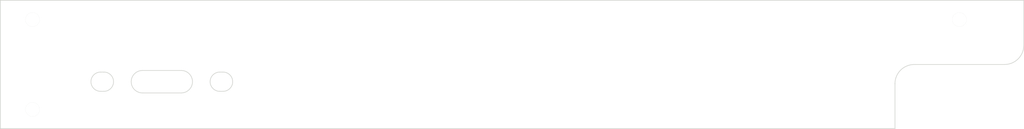
<source format=kicad_pcb>
(kicad_pcb (version 20171130) (host pcbnew "(5.1.5)-3")

  (general
    (thickness 3)
    (drawings 20)
    (tracks 0)
    (zones 0)
    (modules 3)
    (nets 1)
  )

  (page A3)
  (layers
    (0 F.Cu signal)
    (31 B.Cu signal)
    (32 B.Adhes user)
    (33 F.Adhes user)
    (34 B.Paste user)
    (35 F.Paste user)
    (36 B.SilkS user)
    (37 F.SilkS user)
    (38 B.Mask user)
    (39 F.Mask user)
    (40 Dwgs.User user)
    (41 Cmts.User user)
    (42 Eco1.User user)
    (43 Eco2.User user)
    (44 Edge.Cuts user)
    (45 Margin user)
    (46 B.CrtYd user)
    (47 F.CrtYd user)
    (48 B.Fab user)
    (49 F.Fab user)
  )

  (setup
    (last_trace_width 0.25)
    (user_trace_width 0.5)
    (user_trace_width 0.5)
    (trace_clearance 0.2)
    (zone_clearance 0.508)
    (zone_45_only no)
    (trace_min 0.2)
    (via_size 0.8)
    (via_drill 0.4)
    (via_min_size 0.4)
    (via_min_drill 0.3)
    (uvia_size 0.3)
    (uvia_drill 0.1)
    (uvias_allowed no)
    (uvia_min_size 0.2)
    (uvia_min_drill 0.1)
    (edge_width 0.1)
    (segment_width 0.2)
    (pcb_text_width 0.3)
    (pcb_text_size 1.5 1.5)
    (mod_edge_width 0.15)
    (mod_text_size 1 1)
    (mod_text_width 0.15)
    (pad_size 2.2 2.2)
    (pad_drill 2.2)
    (pad_to_mask_clearance 0)
    (solder_mask_min_width 0.25)
    (aux_axis_origin 0 0)
    (visible_elements 7FFFFFFF)
    (pcbplotparams
      (layerselection 0x01000_7ffffffe)
      (usegerberextensions false)
      (usegerberattributes false)
      (usegerberadvancedattributes false)
      (creategerberjobfile false)
      (excludeedgelayer true)
      (linewidth 0.100000)
      (plotframeref false)
      (viasonmask false)
      (mode 1)
      (useauxorigin false)
      (hpglpennumber 1)
      (hpglpenspeed 20)
      (hpglpendiameter 15.000000)
      (psnegative false)
      (psa4output false)
      (plotreference true)
      (plotvalue true)
      (plotinvisibletext false)
      (padsonsilk false)
      (subtractmaskfromsilk false)
      (outputformat 4)
      (mirror false)
      (drillshape 0)
      (scaleselection 1)
      (outputdirectory "C:/Users/サリチル酸/Desktop/"))
  )

  (net 0 "")

  (net_class Default "これはデフォルトのネット クラスです。"
    (clearance 0.2)
    (trace_width 0.25)
    (via_dia 0.8)
    (via_drill 0.4)
    (uvia_dia 0.3)
    (uvia_drill 0.1)
  )

  (module kbd:HOLE_m2_a (layer F.Cu) (tedit 5DA73E67) (tstamp 609D43B1)
    (at 19 37)
    (descr "Mounting Hole 2.2mm, no annular, M2")
    (tags "mounting hole 2.2mm no annular m2")
    (autoplace_cost90 1)
    (attr virtual)
    (fp_text reference e (at 0 -3.2) (layer F.Fab) hide
      (effects (font (size 1 1) (thickness 0.15)))
    )
    (fp_text value Val** (at 0 3.2) (layer F.Fab) hide
      (effects (font (size 1 1) (thickness 0.15)))
    )
    (fp_text user %R (at 0.3 0) (layer F.Fab) hide
      (effects (font (size 1 1) (thickness 0.15)))
    )
    (fp_circle (center 0 0) (end 1.1 0) (layer Edge.Cuts) (width 0.01))
  )

  (module kbd:HOLE_m2_a (layer F.Cu) (tedit 5DA73E67) (tstamp 6086EA6E)
    (at 162.875 23)
    (descr "Mounting Hole 2.2mm, no annular, M2")
    (tags "mounting hole 2.2mm no annular m2")
    (autoplace_cost90 1)
    (attr virtual)
    (fp_text reference Ref** (at 0 -3.2) (layer F.Fab) hide
      (effects (font (size 1 1) (thickness 0.15)))
    )
    (fp_text value Val** (at 0 3.2) (layer F.Fab) hide
      (effects (font (size 1 1) (thickness 0.15)))
    )
    (fp_circle (center 0 0) (end 1.1 0) (layer Edge.Cuts) (width 0.01))
    (fp_text user %R (at 0.3 0) (layer F.Fab) hide
      (effects (font (size 1 1) (thickness 0.15)))
    )
  )

  (module kbd:HOLE_m2_a (layer F.Cu) (tedit 5DA73E67) (tstamp 6052BC6F)
    (at 19 23)
    (descr "Mounting Hole 2.2mm, no annular, M2")
    (tags "mounting hole 2.2mm no annular m2")
    (autoplace_cost90 1)
    (attr virtual)
    (fp_text reference e (at 0 -3.2) (layer F.Fab) hide
      (effects (font (size 1 1) (thickness 0.15)))
    )
    (fp_text value Val** (at 0 3.2) (layer F.Fab) hide
      (effects (font (size 1 1) (thickness 0.15)))
    )
    (fp_text user %R (at 0.3 0) (layer F.Fab) hide
      (effects (font (size 1 1) (thickness 0.15)))
    )
    (fp_circle (center 0 0) (end 1.1 0) (layer Edge.Cuts) (width 0.01))
  )

  (gr_line (start 14 40) (end 152.875 40) (layer Edge.Cuts) (width 0.1))
  (gr_line (start 14 20) (end 172.875 20) (layer Edge.Cuts) (width 0.1) (tstamp 605227A5))
  (gr_arc (start 169.875 27) (end 169.875 30) (angle -90) (layer Edge.Cuts) (width 0.1))
  (gr_arc (start 155.875 33) (end 155.875 30) (angle -90) (layer Edge.Cuts) (width 0.1))
  (gr_line (start 172.875 27) (end 172.875 20) (layer Edge.Cuts) (width 0.1))
  (gr_line (start 155.875 30) (end 169.875 30) (layer Edge.Cuts) (width 0.1))
  (gr_line (start 152.875 40) (end 152.875 33) (layer Edge.Cuts) (width 0.1))
  (gr_line (start 14 20) (end 14 40) (layer Edge.Cuts) (width 0.1))
  (gr_line (start 29.56875 31.18125) (end 30.068751 31.181218) (layer Edge.Cuts) (width 0.1) (tstamp 605F57A8))
  (gr_line (start 30.078749 34.181249) (end 29.56875 34.18125) (layer Edge.Cuts) (width 0.1) (tstamp 605F579F))
  (gr_arc (start 29.56875 32.68125) (end 29.56875 31.18125) (angle -180) (layer Edge.Cuts) (width 0.1))
  (gr_arc (start 30.06875 32.68125) (end 30.078749 34.181249) (angle -179.6180338) (layer Edge.Cuts) (width 0.1))
  (gr_line (start 48.06875 34.18125) (end 48.56875 34.18125) (layer Edge.Cuts) (width 0.1) (tstamp 605F575C))
  (gr_line (start 48.06875 31.18125) (end 48.56875 31.18125) (layer Edge.Cuts) (width 0.1) (tstamp 605F5754))
  (gr_arc (start 48.56875 32.68125) (end 48.56875 34.18125) (angle -180) (layer Edge.Cuts) (width 0.1))
  (gr_arc (start 48.06875 32.68125) (end 48.06875 31.18125) (angle -180) (layer Edge.Cuts) (width 0.1))
  (gr_arc (start 36.06875 32.68125) (end 36.06875 30.93125) (angle -180) (layer Edge.Cuts) (width 0.1) (tstamp 60577CFA))
  (gr_arc (start 42.07875 32.68125) (end 42.07875 34.43125) (angle -180) (layer Edge.Cuts) (width 0.1))
  (gr_line (start 36.06875 34.43125) (end 42.07875 34.43125) (layer Edge.Cuts) (width 0.1))
  (gr_line (start 42.07875 30.93125) (end 36.06875 30.93125) (layer Edge.Cuts) (width 0.1))

)

</source>
